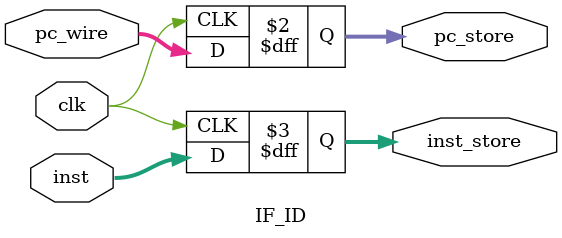
<source format=v>
`timescale 1ns / 1ps

module IF_ID
(
    input clk,
    input [63:0] pc_wire,
    input [31:0] inst,
    output reg [63:0] pc_store,
    output reg [31:0] inst_store
);
    
    always @ (negedge clk) begin
        pc_store = pc_wire;
        inst_store = inst;
        end
        
endmodule

</source>
